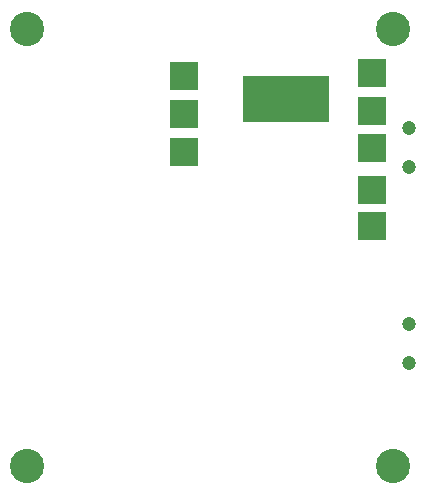
<source format=gbr>
%FSLAX34Y34*%
%MOMM*%
%LNSOLDERMASK_BOTTOM*%
G71*
G01*
%ADD10R, 0.700X3.900*%
%ADD11C, 1.200*%
%ADD12C, 2.900*%
%ADD13R, 2.400X2.400*%
%LPD*%
X216000Y911000D02*
G54D10*
D03*
X222000Y911000D02*
G54D10*
D03*
X228000Y911000D02*
G54D10*
D03*
X234000Y911000D02*
G54D10*
D03*
X240000Y911000D02*
G54D10*
D03*
X246000Y911000D02*
G54D10*
D03*
X252000Y911000D02*
G54D10*
D03*
X258000Y911000D02*
G54D10*
D03*
X264000Y911000D02*
G54D10*
D03*
X270000Y911000D02*
G54D10*
D03*
X276000Y911000D02*
G54D10*
D03*
X282000Y911000D02*
G54D10*
D03*
X353000Y886000D02*
G54D11*
D03*
X353000Y853000D02*
G54D11*
D03*
X353000Y720000D02*
G54D11*
D03*
X353000Y687000D02*
G54D11*
D03*
X30000Y970000D02*
G54D12*
D03*
X340000Y970000D02*
G54D12*
D03*
X340000Y600000D02*
G54D12*
D03*
X30000Y600000D02*
G54D12*
D03*
X322000Y933000D02*
G54D13*
D03*
X322000Y901000D02*
G54D13*
D03*
X322000Y869000D02*
G54D13*
D03*
X163000Y866000D02*
G54D13*
D03*
X163000Y898000D02*
G54D13*
D03*
X163000Y930000D02*
G54D13*
D03*
X322000Y834000D02*
G54D13*
D03*
X322000Y803000D02*
G54D13*
D03*
M02*

</source>
